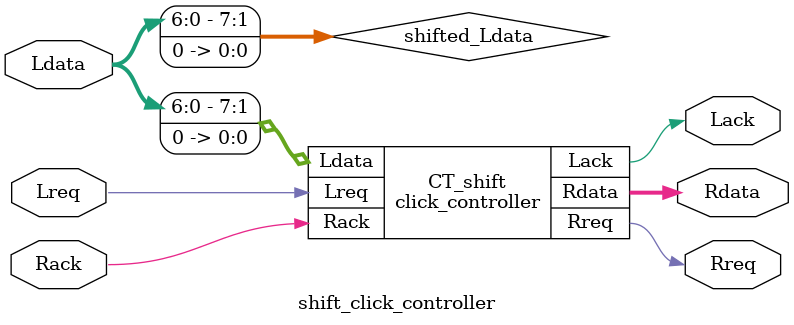
<source format=sv>


module AND_Gates(input Lreq, input Rack, input Rreq, output logic out1, output logic out2);
logic Lack, Lreq_invert, Lack_invert, Rack_invert;
initial begin
Lack = 0;
end

always @(*) begin 
Lreq_invert <= #1 ~Lreq;
Lack_invert <= #1 ~Lack;
Rack_invert <= #1 ~Rack;
Lack <= Rack;
end
always @(*) begin
out1 <= #2 Lreq_invert & Lack & Rack;
out2 <= #2 Lreq & Lack_invert & Rack_invert;
end
endmodule

module OR(input logic in1, input logic in2, output logic DFF_clk);
always @(*) begin
DFF_clk <= #2 in1 | in2;
end
endmodule

module FF_req(input Rreq_in, output reg Rreq_out, input DFF_clk);
initial begin
Rreq_out = 0;
end
always @(posedge DFF_clk) begin
    Rreq_out <= Rreq_in;
end
endmodule

module Invert(input Rreq, output reg Rreq_inverted);
always @(*) begin
    Rreq_inverted <= #1 ~Rreq;
end
endmodule

module FF_data(input [7:0] Ldata, output reg [7:0] Rdata, input DFF_clk);
always @(posedge DFF_clk) begin
    Rdata <= #2 Ldata;
end
endmodule

module FF_data_2X(
input [7:0] Ldata1,
input [7:0] Ldata2,
input DFF_clk,
output reg [7:0] Rdata1,
output reg [7:0] Rdata2);
always @(posedge DFF_clk) begin
Rdata1 <= #2 Ldata1;
Rdata2 <= #2 Ldata2;
end
endmodule

module click_controller(input Lreq, input Rack, input [7:0] Ldata, output Lack, output reg Rreq, output [7:0] Rdata);
logic out1, out2, DFF_clk, Rreq_in, Rreq_out;
AND_Gates AND0(.Lreq(Lreq), .Rack(Rack), .Rreq(Rreq), .out1(out1), .out2(out2));
OR OR0(.in1(out1), .in2(out2), .DFF_clk(DFF_clk));
Invert INVERT(.Rreq(Rreq), .Rreq_inverted(Rreq_in));
FF_req FF0(.Rreq_in(Rreq_in),.Rreq_out(Rreq_out), .DFF_clk(DFF_clk));
FF_data FF1(.Ldata(Ldata), .Rdata(Rdata), .DFF_clk(DFF_clk));
initial begin
    DFF_clk = 0;
    Rreq = 0;
    Rreq_in = 0;
end
assign Lack = Rreq_out;
always @(*) begin
Rreq = Rreq_out;
end

endmodule

module click_controller_subtract(input Lreq, input Rack, input [7:0] Ldata1, input [7:0] Ldata2, output Lack, output reg Rreq, output [7:0] Rdata1, output [7:0] Rdata2);
logic out1, out2, DFF_clk, Rreq_in;
AND_Gates AND0(.Lreq(Lreq), .Rack(Rack), .Rreq(Rreq), .out1(out1), .out2(out2));
OR OR0(.in1(out1), .in2(out2), .DFF_clk(DFF_clk));
Invert INVERT(.Rreq(Rreq), .Rreq_inverted(Rreq_in));
FF_req FF0(.Rreq_in(Rreq_in),.Rreq_out(Rreq), .DFF_clk(DFF_clk));
FF_data_2X FF1(.Ldata1(Ldata1), .Ldata2(Ldata2),.Rdata1(Rdata1), .Rdata2(Rdata2), .DFF_clk(DFF_clk));
initial begin
    DFF_clk = 0;
    Rreq = 0;
end
assign Lack = Rreq;
endmodule

module Muller_C_Element(input A, input B, output reg C);
always @(*) begin 
    if(A == B)begin
        C <= #2 A;
        end
end
endmodule

module delayline_subtract(input din, output dout);
reg delayed_din;
assign dout = delayed_din;
always @(*) begin
  delayed_din <= #10 din;
end
endmodule

module subtractor(input [7:0] Rdata1, input [7:0] Rdata2, output reg [7:0]  difference);
always @(*) begin
    difference <= #12 Rdata1 - Rdata2;
end
endmodule


module subtractor_merge_click_controller(
input Lreq1, 
input Lreq2, 
input [7:0]Ldata1, 
input [7:0]Ldata2, 
input Rack3,
output Lack1,
output Lack2,
output delayed_Rreq3,
output [7:0] difference);
logic Rreq1, Rreq2, C_Rreq, Lack3, Rreq3;
logic [7:0] Rdata_join1, Rdata_join2, Rdata1, Rdata2;
click_controller CC0_merge(.Lreq(Lreq1), .Rack(Lack3), .Ldata(Ldata1), .Rreq(Rreq1), .Lack(Lack1), .Rdata(Rdata_join1));
click_controller CC1_merge(.Lreq(Lreq2), .Rack(Lack3), .Ldata(Ldata2), .Rreq(Rreq2), .Lack(Lack2), .Rdata(Rdata_join2));
click_controller_subtract CC0_subtract(.Lreq(C_Rreq), .Rack(Rack3), .Ldata1(Rdata_join1), .Ldata2(Rdata_join2), .Rreq(Rreq3), .Lack(Lack3), .Rdata1(Rdata1), .Rdata2(Rdata2));
Muller_C_Element C_Element_subtract0(.A(Rreq1), .B(Rreq2), .C(C_Rreq));
delayline_subtract Delay_subtract0(.din(Rreq3), .dout(delayed_Rreq3));
subtractor SUBTRACTOR0(.Rdata1(Rdata1), .Rdata2(Rdata2), .difference(difference));
endmodule

module copy_click_controller(
input Lreq1,
input Rack2,
input Rack3,
input [7:0] Ldata1,
output Lack1,
output Rreq2,
output Rreq3,
output [7:0] Rdata2,
output [7:0] Rdata3
);
logic Rreq1, C_Rack, Lack2, Lack3;
logic [7:0] Rdata1;
click_controller CCT0_copy(.Lreq(Lreq1), .Rack(C_Rack), .Ldata(Ldata1), .Rreq(Rreq1), .Lack(Lack1), .Rdata(Rdata1));
Muller_C_Element C_Element_subtract0(.A(Lack2), .B(Lack3), .C(C_Rack));
click_controller CCT1_copied(.Lreq(Rreq1), .Rack(Rack2), .Ldata(Rdata1), .Rreq(Rreq2), .Lack(Lack2), .Rdata(Rdata2));
click_controller CCT2_copied(.Lreq(Rreq1), .Rack(Rack3), .Ldata(Rdata1), .Rreq(Rreq3), .Lack(Lack3), .Rdata(Rdata3));
endmodule

module shift_click_controller(
input Lreq,
input Rack,
input [7:0] Ldata,
output Lack,
output Rreq,
output [7:0] Rdata
);
logic [7:0] shifted_Ldata;
click_controller CT_shift(.Lreq(Lreq), .Rack(Rack), .Ldata(shifted_Ldata), .Rreq(Rreq), .Lack(Lack), .Rdata(Rdata));
always @(*) begin
shifted_Ldata = Ldata << 1;
end
endmodule
</source>
